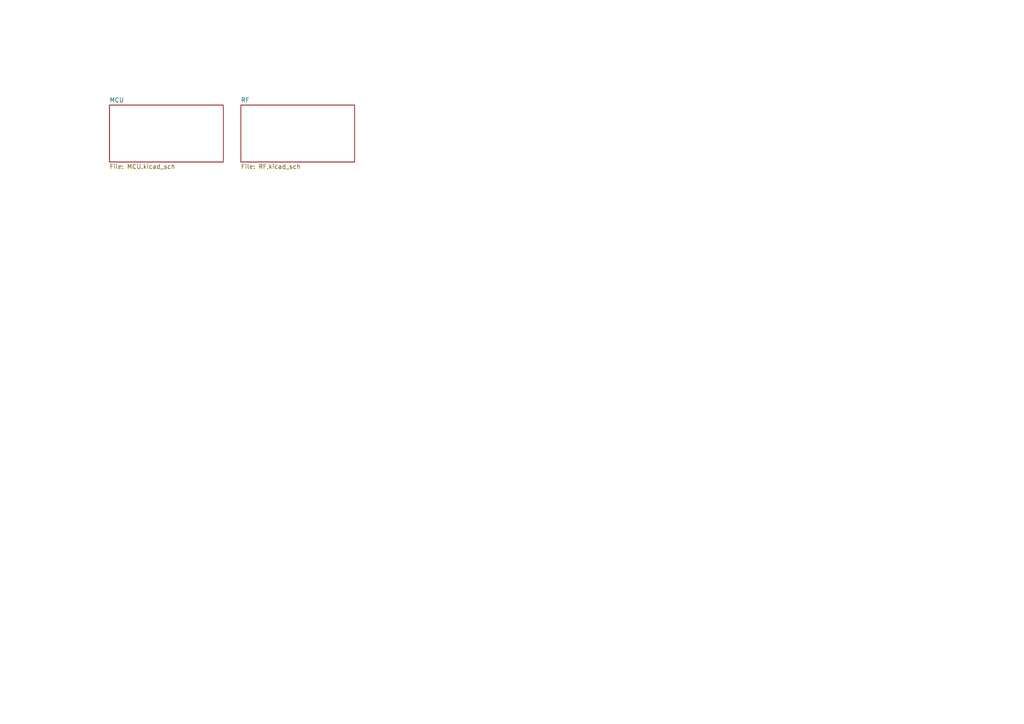
<source format=kicad_sch>
(kicad_sch
	(version 20250114)
	(generator "eeschema")
	(generator_version "9.0")
	(uuid "fd5c68a7-f5d0-4135-a258-bde3ebf63307")
	(paper "A4")
	(lib_symbols)
	(sheet
		(at 31.75 30.48)
		(size 33.02 16.51)
		(exclude_from_sim no)
		(in_bom yes)
		(on_board yes)
		(dnp no)
		(fields_autoplaced yes)
		(stroke
			(width 0.1524)
			(type solid)
		)
		(fill
			(color 0 0 0 0.0000)
		)
		(uuid "e0ca9277-1532-4a93-8da4-fd2786b01953")
		(property "Sheetname" "MCU"
			(at 31.75 29.7684 0)
			(effects
				(font
					(size 1.27 1.27)
				)
				(justify left bottom)
			)
		)
		(property "Sheetfile" "MCU.kicad_sch"
			(at 31.75 47.5746 0)
			(effects
				(font
					(size 1.27 1.27)
				)
				(justify left top)
			)
		)
		(instances
			(project "OSS Radio Hardware Design"
				(path "/fd5c68a7-f5d0-4135-a258-bde3ebf63307"
					(page "2")
				)
			)
		)
	)
	(sheet
		(at 69.85 30.48)
		(size 33.02 16.51)
		(exclude_from_sim no)
		(in_bom yes)
		(on_board yes)
		(dnp no)
		(fields_autoplaced yes)
		(stroke
			(width 0.1524)
			(type solid)
		)
		(fill
			(color 0 0 0 0.0000)
		)
		(uuid "e66fc4ce-3cac-45bb-898e-a8c8a0752f3b")
		(property "Sheetname" "RF"
			(at 69.85 29.7684 0)
			(effects
				(font
					(size 1.27 1.27)
				)
				(justify left bottom)
			)
		)
		(property "Sheetfile" "RF.kicad_sch"
			(at 69.85 47.5746 0)
			(effects
				(font
					(size 1.27 1.27)
				)
				(justify left top)
			)
		)
		(instances
			(project "OSS Radio Hardware Design"
				(path "/fd5c68a7-f5d0-4135-a258-bde3ebf63307"
					(page "3")
				)
			)
		)
	)
	(sheet_instances
		(path "/"
			(page "1")
		)
	)
	(embedded_fonts no)
)

</source>
